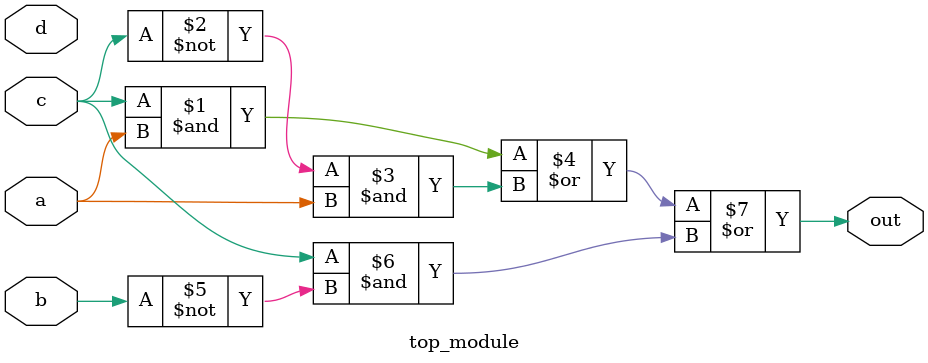
<source format=v>
module top_module(
    input a,
    input b,
    input c,
    input d,
    output out  );
    assign out = ((c&a)|(~c&a)|(c&~b));
endmodule

</source>
